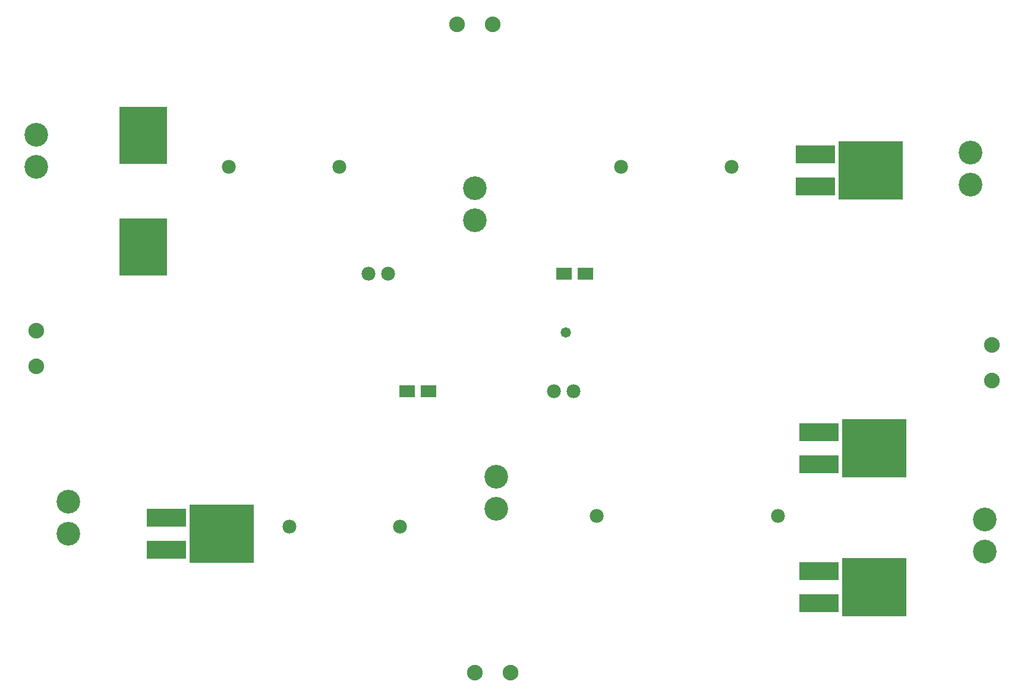
<source format=gts>
%FSDAX24Y24*%
%MOIN*%
%SFA1B1*%

%IPPOS*%
%ADD21R,0.265900X0.323000*%
%ADD22R,0.088000X0.068000*%
%ADD23R,0.220600X0.102500*%
%ADD24R,0.358400X0.330800*%
%ADD25C,0.078000*%
%ADD26C,0.133000*%
%ADD27C,0.088000*%
%ADD28C,0.058000*%
%LNtlinepcb-1*%
%LPD*%
G54D21*
X019200Y035700D03*
Y041950D03*
G54D22*
X034000Y027600D03*
X035200D03*
X044000Y034200D03*
X042800D03*
G54D23*
X020510Y020498D03*
Y018702D03*
X056910Y039102D03*
Y040898D03*
X057110Y017498D03*
Y015702D03*
Y023502D03*
Y025298D03*
G54D24*
X023601Y019600D03*
X060001Y040000D03*
X060201Y016600D03*
Y024400D03*
G54D25*
X042250Y027600D03*
X043350D03*
X032950Y034200D03*
X031850D03*
X033600Y020000D03*
X027409D03*
X046009Y040200D03*
X052200D03*
X030200D03*
X024009D03*
X054800Y020600D03*
X044640D03*
G54D26*
X065600Y041011D03*
Y039200D03*
X037800Y037200D03*
Y039011D03*
X039000Y022811D03*
Y021000D03*
X015000Y019600D03*
Y021411D03*
X013200Y042011D03*
Y040200D03*
X066400Y018600D03*
Y020411D03*
G54D27*
X037800Y011800D03*
X039800D03*
X038800Y048200D03*
X036800D03*
X066800Y028200D03*
Y030200D03*
X013200Y031000D03*
Y029000D03*
G54D28*
X042913Y030906D03*
M02*
</source>
